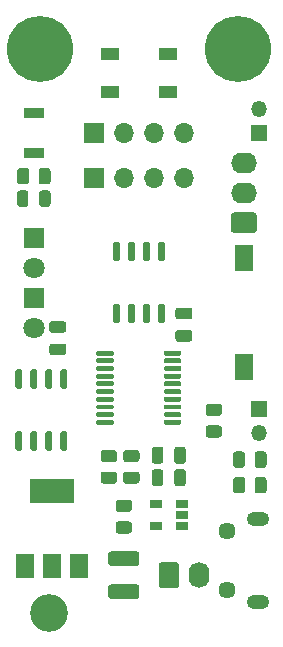
<source format=gbr>
%TF.GenerationSoftware,KiCad,Pcbnew,5.1.9-73d0e3b20d~88~ubuntu20.04.1*%
%TF.CreationDate,2021-03-24T22:28:27+08:00*%
%TF.ProjectId,elec-remote,656c6563-2d72-4656-9d6f-74652e6b6963,rev?*%
%TF.SameCoordinates,Original*%
%TF.FileFunction,Soldermask,Top*%
%TF.FilePolarity,Negative*%
%FSLAX46Y46*%
G04 Gerber Fmt 4.6, Leading zero omitted, Abs format (unit mm)*
G04 Created by KiCad (PCBNEW 5.1.9-73d0e3b20d~88~ubuntu20.04.1) date 2021-03-24 22:28:27*
%MOMM*%
%LPD*%
G01*
G04 APERTURE LIST*
%ADD10R,1.500000X1.000000*%
%ADD11C,5.600000*%
%ADD12O,1.700000X1.700000*%
%ADD13R,1.700000X1.700000*%
%ADD14C,3.200000*%
%ADD15O,1.350000X1.350000*%
%ADD16R,1.350000X1.350000*%
%ADD17O,2.190000X1.740000*%
%ADD18R,1.700000X0.900000*%
%ADD19R,1.500000X2.000000*%
%ADD20R,3.800000X2.000000*%
%ADD21R,1.060000X0.650000*%
%ADD22R,1.600000X2.180000*%
%ADD23O,1.740000X2.190000*%
%ADD24O,1.900000X1.200000*%
%ADD25C,1.450000*%
%ADD26C,1.800000*%
%ADD27R,1.800000X1.800000*%
G04 APERTURE END LIST*
D10*
%TO.C,D5*%
X39460000Y-28880000D03*
X39460000Y-32080000D03*
X44360000Y-28880000D03*
X44360000Y-32080000D03*
%TD*%
D11*
%TO.C,H3*%
X33528000Y-28448000D03*
%TD*%
D12*
%TO.C,JBT1*%
X45720000Y-39370000D03*
X43180000Y-39370000D03*
X40640000Y-39370000D03*
D13*
X38100000Y-39370000D03*
%TD*%
D14*
%TO.C,H2*%
X34290000Y-76200000D03*
%TD*%
D11*
%TO.C,H1*%
X50292000Y-28448000D03*
%TD*%
D15*
%TO.C,TOP1*%
X52070000Y-33560000D03*
D16*
X52070000Y-35560000D03*
%TD*%
D17*
%TO.C,DEBUG1*%
X50800000Y-38100000D03*
X50800000Y-40640000D03*
G36*
G01*
X51645001Y-44050000D02*
X49954999Y-44050000D01*
G75*
G02*
X49705000Y-43800001I0J249999D01*
G01*
X49705000Y-42559999D01*
G75*
G02*
X49954999Y-42310000I249999J0D01*
G01*
X51645001Y-42310000D01*
G75*
G02*
X51895000Y-42559999I0J-249999D01*
G01*
X51895000Y-43800001D01*
G75*
G02*
X51645001Y-44050000I-249999J0D01*
G01*
G37*
%TD*%
D15*
%TO.C,BEEPER1*%
X52070000Y-60960000D03*
D16*
X52070000Y-58960000D03*
%TD*%
D18*
%TO.C,SIDE1*%
X33020000Y-33860000D03*
X33020000Y-37260000D03*
%TD*%
D12*
%TO.C,LCD1*%
X45720000Y-35560000D03*
X43180000Y-35560000D03*
X40640000Y-35560000D03*
D13*
X38100000Y-35560000D03*
%TD*%
%TO.C,U6*%
G36*
G01*
X43665000Y-50060000D02*
X43965000Y-50060000D01*
G75*
G02*
X44115000Y-50210000I0J-150000D01*
G01*
X44115000Y-51560000D01*
G75*
G02*
X43965000Y-51710000I-150000J0D01*
G01*
X43665000Y-51710000D01*
G75*
G02*
X43515000Y-51560000I0J150000D01*
G01*
X43515000Y-50210000D01*
G75*
G02*
X43665000Y-50060000I150000J0D01*
G01*
G37*
G36*
G01*
X42395000Y-50060000D02*
X42695000Y-50060000D01*
G75*
G02*
X42845000Y-50210000I0J-150000D01*
G01*
X42845000Y-51560000D01*
G75*
G02*
X42695000Y-51710000I-150000J0D01*
G01*
X42395000Y-51710000D01*
G75*
G02*
X42245000Y-51560000I0J150000D01*
G01*
X42245000Y-50210000D01*
G75*
G02*
X42395000Y-50060000I150000J0D01*
G01*
G37*
G36*
G01*
X41125000Y-50060000D02*
X41425000Y-50060000D01*
G75*
G02*
X41575000Y-50210000I0J-150000D01*
G01*
X41575000Y-51560000D01*
G75*
G02*
X41425000Y-51710000I-150000J0D01*
G01*
X41125000Y-51710000D01*
G75*
G02*
X40975000Y-51560000I0J150000D01*
G01*
X40975000Y-50210000D01*
G75*
G02*
X41125000Y-50060000I150000J0D01*
G01*
G37*
G36*
G01*
X39855000Y-50060000D02*
X40155000Y-50060000D01*
G75*
G02*
X40305000Y-50210000I0J-150000D01*
G01*
X40305000Y-51560000D01*
G75*
G02*
X40155000Y-51710000I-150000J0D01*
G01*
X39855000Y-51710000D01*
G75*
G02*
X39705000Y-51560000I0J150000D01*
G01*
X39705000Y-50210000D01*
G75*
G02*
X39855000Y-50060000I150000J0D01*
G01*
G37*
G36*
G01*
X39855000Y-44810000D02*
X40155000Y-44810000D01*
G75*
G02*
X40305000Y-44960000I0J-150000D01*
G01*
X40305000Y-46310000D01*
G75*
G02*
X40155000Y-46460000I-150000J0D01*
G01*
X39855000Y-46460000D01*
G75*
G02*
X39705000Y-46310000I0J150000D01*
G01*
X39705000Y-44960000D01*
G75*
G02*
X39855000Y-44810000I150000J0D01*
G01*
G37*
G36*
G01*
X41125000Y-44810000D02*
X41425000Y-44810000D01*
G75*
G02*
X41575000Y-44960000I0J-150000D01*
G01*
X41575000Y-46310000D01*
G75*
G02*
X41425000Y-46460000I-150000J0D01*
G01*
X41125000Y-46460000D01*
G75*
G02*
X40975000Y-46310000I0J150000D01*
G01*
X40975000Y-44960000D01*
G75*
G02*
X41125000Y-44810000I150000J0D01*
G01*
G37*
G36*
G01*
X42395000Y-44810000D02*
X42695000Y-44810000D01*
G75*
G02*
X42845000Y-44960000I0J-150000D01*
G01*
X42845000Y-46310000D01*
G75*
G02*
X42695000Y-46460000I-150000J0D01*
G01*
X42395000Y-46460000D01*
G75*
G02*
X42245000Y-46310000I0J150000D01*
G01*
X42245000Y-44960000D01*
G75*
G02*
X42395000Y-44810000I150000J0D01*
G01*
G37*
G36*
G01*
X43665000Y-44810000D02*
X43965000Y-44810000D01*
G75*
G02*
X44115000Y-44960000I0J-150000D01*
G01*
X44115000Y-46310000D01*
G75*
G02*
X43965000Y-46460000I-150000J0D01*
G01*
X43665000Y-46460000D01*
G75*
G02*
X43515000Y-46310000I0J150000D01*
G01*
X43515000Y-44960000D01*
G75*
G02*
X43665000Y-44810000I150000J0D01*
G01*
G37*
%TD*%
D19*
%TO.C,U5*%
X32244000Y-72238000D03*
X36844000Y-72238000D03*
X34544000Y-72238000D03*
D20*
X34544000Y-65938000D03*
%TD*%
D21*
%TO.C,U4*%
X43350000Y-68895000D03*
X43350000Y-66995000D03*
X45550000Y-66995000D03*
X45550000Y-67945000D03*
X45550000Y-68895000D03*
%TD*%
%TO.C,U3*%
G36*
G01*
X39785000Y-59975000D02*
X39785000Y-60175000D01*
G75*
G02*
X39685000Y-60275000I-100000J0D01*
G01*
X38410000Y-60275000D01*
G75*
G02*
X38310000Y-60175000I0J100000D01*
G01*
X38310000Y-59975000D01*
G75*
G02*
X38410000Y-59875000I100000J0D01*
G01*
X39685000Y-59875000D01*
G75*
G02*
X39785000Y-59975000I0J-100000D01*
G01*
G37*
G36*
G01*
X39785000Y-59325000D02*
X39785000Y-59525000D01*
G75*
G02*
X39685000Y-59625000I-100000J0D01*
G01*
X38410000Y-59625000D01*
G75*
G02*
X38310000Y-59525000I0J100000D01*
G01*
X38310000Y-59325000D01*
G75*
G02*
X38410000Y-59225000I100000J0D01*
G01*
X39685000Y-59225000D01*
G75*
G02*
X39785000Y-59325000I0J-100000D01*
G01*
G37*
G36*
G01*
X39785000Y-58675000D02*
X39785000Y-58875000D01*
G75*
G02*
X39685000Y-58975000I-100000J0D01*
G01*
X38410000Y-58975000D01*
G75*
G02*
X38310000Y-58875000I0J100000D01*
G01*
X38310000Y-58675000D01*
G75*
G02*
X38410000Y-58575000I100000J0D01*
G01*
X39685000Y-58575000D01*
G75*
G02*
X39785000Y-58675000I0J-100000D01*
G01*
G37*
G36*
G01*
X39785000Y-58025000D02*
X39785000Y-58225000D01*
G75*
G02*
X39685000Y-58325000I-100000J0D01*
G01*
X38410000Y-58325000D01*
G75*
G02*
X38310000Y-58225000I0J100000D01*
G01*
X38310000Y-58025000D01*
G75*
G02*
X38410000Y-57925000I100000J0D01*
G01*
X39685000Y-57925000D01*
G75*
G02*
X39785000Y-58025000I0J-100000D01*
G01*
G37*
G36*
G01*
X39785000Y-57375000D02*
X39785000Y-57575000D01*
G75*
G02*
X39685000Y-57675000I-100000J0D01*
G01*
X38410000Y-57675000D01*
G75*
G02*
X38310000Y-57575000I0J100000D01*
G01*
X38310000Y-57375000D01*
G75*
G02*
X38410000Y-57275000I100000J0D01*
G01*
X39685000Y-57275000D01*
G75*
G02*
X39785000Y-57375000I0J-100000D01*
G01*
G37*
G36*
G01*
X39785000Y-56725000D02*
X39785000Y-56925000D01*
G75*
G02*
X39685000Y-57025000I-100000J0D01*
G01*
X38410000Y-57025000D01*
G75*
G02*
X38310000Y-56925000I0J100000D01*
G01*
X38310000Y-56725000D01*
G75*
G02*
X38410000Y-56625000I100000J0D01*
G01*
X39685000Y-56625000D01*
G75*
G02*
X39785000Y-56725000I0J-100000D01*
G01*
G37*
G36*
G01*
X39785000Y-56075000D02*
X39785000Y-56275000D01*
G75*
G02*
X39685000Y-56375000I-100000J0D01*
G01*
X38410000Y-56375000D01*
G75*
G02*
X38310000Y-56275000I0J100000D01*
G01*
X38310000Y-56075000D01*
G75*
G02*
X38410000Y-55975000I100000J0D01*
G01*
X39685000Y-55975000D01*
G75*
G02*
X39785000Y-56075000I0J-100000D01*
G01*
G37*
G36*
G01*
X39785000Y-55425000D02*
X39785000Y-55625000D01*
G75*
G02*
X39685000Y-55725000I-100000J0D01*
G01*
X38410000Y-55725000D01*
G75*
G02*
X38310000Y-55625000I0J100000D01*
G01*
X38310000Y-55425000D01*
G75*
G02*
X38410000Y-55325000I100000J0D01*
G01*
X39685000Y-55325000D01*
G75*
G02*
X39785000Y-55425000I0J-100000D01*
G01*
G37*
G36*
G01*
X39785000Y-54775000D02*
X39785000Y-54975000D01*
G75*
G02*
X39685000Y-55075000I-100000J0D01*
G01*
X38410000Y-55075000D01*
G75*
G02*
X38310000Y-54975000I0J100000D01*
G01*
X38310000Y-54775000D01*
G75*
G02*
X38410000Y-54675000I100000J0D01*
G01*
X39685000Y-54675000D01*
G75*
G02*
X39785000Y-54775000I0J-100000D01*
G01*
G37*
G36*
G01*
X39785000Y-54125000D02*
X39785000Y-54325000D01*
G75*
G02*
X39685000Y-54425000I-100000J0D01*
G01*
X38410000Y-54425000D01*
G75*
G02*
X38310000Y-54325000I0J100000D01*
G01*
X38310000Y-54125000D01*
G75*
G02*
X38410000Y-54025000I100000J0D01*
G01*
X39685000Y-54025000D01*
G75*
G02*
X39785000Y-54125000I0J-100000D01*
G01*
G37*
G36*
G01*
X45510000Y-54125000D02*
X45510000Y-54325000D01*
G75*
G02*
X45410000Y-54425000I-100000J0D01*
G01*
X44135000Y-54425000D01*
G75*
G02*
X44035000Y-54325000I0J100000D01*
G01*
X44035000Y-54125000D01*
G75*
G02*
X44135000Y-54025000I100000J0D01*
G01*
X45410000Y-54025000D01*
G75*
G02*
X45510000Y-54125000I0J-100000D01*
G01*
G37*
G36*
G01*
X45510000Y-54775000D02*
X45510000Y-54975000D01*
G75*
G02*
X45410000Y-55075000I-100000J0D01*
G01*
X44135000Y-55075000D01*
G75*
G02*
X44035000Y-54975000I0J100000D01*
G01*
X44035000Y-54775000D01*
G75*
G02*
X44135000Y-54675000I100000J0D01*
G01*
X45410000Y-54675000D01*
G75*
G02*
X45510000Y-54775000I0J-100000D01*
G01*
G37*
G36*
G01*
X45510000Y-55425000D02*
X45510000Y-55625000D01*
G75*
G02*
X45410000Y-55725000I-100000J0D01*
G01*
X44135000Y-55725000D01*
G75*
G02*
X44035000Y-55625000I0J100000D01*
G01*
X44035000Y-55425000D01*
G75*
G02*
X44135000Y-55325000I100000J0D01*
G01*
X45410000Y-55325000D01*
G75*
G02*
X45510000Y-55425000I0J-100000D01*
G01*
G37*
G36*
G01*
X45510000Y-56075000D02*
X45510000Y-56275000D01*
G75*
G02*
X45410000Y-56375000I-100000J0D01*
G01*
X44135000Y-56375000D01*
G75*
G02*
X44035000Y-56275000I0J100000D01*
G01*
X44035000Y-56075000D01*
G75*
G02*
X44135000Y-55975000I100000J0D01*
G01*
X45410000Y-55975000D01*
G75*
G02*
X45510000Y-56075000I0J-100000D01*
G01*
G37*
G36*
G01*
X45510000Y-56725000D02*
X45510000Y-56925000D01*
G75*
G02*
X45410000Y-57025000I-100000J0D01*
G01*
X44135000Y-57025000D01*
G75*
G02*
X44035000Y-56925000I0J100000D01*
G01*
X44035000Y-56725000D01*
G75*
G02*
X44135000Y-56625000I100000J0D01*
G01*
X45410000Y-56625000D01*
G75*
G02*
X45510000Y-56725000I0J-100000D01*
G01*
G37*
G36*
G01*
X45510000Y-57375000D02*
X45510000Y-57575000D01*
G75*
G02*
X45410000Y-57675000I-100000J0D01*
G01*
X44135000Y-57675000D01*
G75*
G02*
X44035000Y-57575000I0J100000D01*
G01*
X44035000Y-57375000D01*
G75*
G02*
X44135000Y-57275000I100000J0D01*
G01*
X45410000Y-57275000D01*
G75*
G02*
X45510000Y-57375000I0J-100000D01*
G01*
G37*
G36*
G01*
X45510000Y-58025000D02*
X45510000Y-58225000D01*
G75*
G02*
X45410000Y-58325000I-100000J0D01*
G01*
X44135000Y-58325000D01*
G75*
G02*
X44035000Y-58225000I0J100000D01*
G01*
X44035000Y-58025000D01*
G75*
G02*
X44135000Y-57925000I100000J0D01*
G01*
X45410000Y-57925000D01*
G75*
G02*
X45510000Y-58025000I0J-100000D01*
G01*
G37*
G36*
G01*
X45510000Y-58675000D02*
X45510000Y-58875000D01*
G75*
G02*
X45410000Y-58975000I-100000J0D01*
G01*
X44135000Y-58975000D01*
G75*
G02*
X44035000Y-58875000I0J100000D01*
G01*
X44035000Y-58675000D01*
G75*
G02*
X44135000Y-58575000I100000J0D01*
G01*
X45410000Y-58575000D01*
G75*
G02*
X45510000Y-58675000I0J-100000D01*
G01*
G37*
G36*
G01*
X45510000Y-59325000D02*
X45510000Y-59525000D01*
G75*
G02*
X45410000Y-59625000I-100000J0D01*
G01*
X44135000Y-59625000D01*
G75*
G02*
X44035000Y-59525000I0J100000D01*
G01*
X44035000Y-59325000D01*
G75*
G02*
X44135000Y-59225000I100000J0D01*
G01*
X45410000Y-59225000D01*
G75*
G02*
X45510000Y-59325000I0J-100000D01*
G01*
G37*
G36*
G01*
X45510000Y-59975000D02*
X45510000Y-60175000D01*
G75*
G02*
X45410000Y-60275000I-100000J0D01*
G01*
X44135000Y-60275000D01*
G75*
G02*
X44035000Y-60175000I0J100000D01*
G01*
X44035000Y-59975000D01*
G75*
G02*
X44135000Y-59875000I100000J0D01*
G01*
X45410000Y-59875000D01*
G75*
G02*
X45510000Y-59975000I0J-100000D01*
G01*
G37*
%TD*%
%TO.C,U1*%
G36*
G01*
X35410000Y-60855000D02*
X35710000Y-60855000D01*
G75*
G02*
X35860000Y-61005000I0J-150000D01*
G01*
X35860000Y-62355000D01*
G75*
G02*
X35710000Y-62505000I-150000J0D01*
G01*
X35410000Y-62505000D01*
G75*
G02*
X35260000Y-62355000I0J150000D01*
G01*
X35260000Y-61005000D01*
G75*
G02*
X35410000Y-60855000I150000J0D01*
G01*
G37*
G36*
G01*
X34140000Y-60855000D02*
X34440000Y-60855000D01*
G75*
G02*
X34590000Y-61005000I0J-150000D01*
G01*
X34590000Y-62355000D01*
G75*
G02*
X34440000Y-62505000I-150000J0D01*
G01*
X34140000Y-62505000D01*
G75*
G02*
X33990000Y-62355000I0J150000D01*
G01*
X33990000Y-61005000D01*
G75*
G02*
X34140000Y-60855000I150000J0D01*
G01*
G37*
G36*
G01*
X32870000Y-60855000D02*
X33170000Y-60855000D01*
G75*
G02*
X33320000Y-61005000I0J-150000D01*
G01*
X33320000Y-62355000D01*
G75*
G02*
X33170000Y-62505000I-150000J0D01*
G01*
X32870000Y-62505000D01*
G75*
G02*
X32720000Y-62355000I0J150000D01*
G01*
X32720000Y-61005000D01*
G75*
G02*
X32870000Y-60855000I150000J0D01*
G01*
G37*
G36*
G01*
X31600000Y-60855000D02*
X31900000Y-60855000D01*
G75*
G02*
X32050000Y-61005000I0J-150000D01*
G01*
X32050000Y-62355000D01*
G75*
G02*
X31900000Y-62505000I-150000J0D01*
G01*
X31600000Y-62505000D01*
G75*
G02*
X31450000Y-62355000I0J150000D01*
G01*
X31450000Y-61005000D01*
G75*
G02*
X31600000Y-60855000I150000J0D01*
G01*
G37*
G36*
G01*
X31600000Y-55605000D02*
X31900000Y-55605000D01*
G75*
G02*
X32050000Y-55755000I0J-150000D01*
G01*
X32050000Y-57105000D01*
G75*
G02*
X31900000Y-57255000I-150000J0D01*
G01*
X31600000Y-57255000D01*
G75*
G02*
X31450000Y-57105000I0J150000D01*
G01*
X31450000Y-55755000D01*
G75*
G02*
X31600000Y-55605000I150000J0D01*
G01*
G37*
G36*
G01*
X32870000Y-55605000D02*
X33170000Y-55605000D01*
G75*
G02*
X33320000Y-55755000I0J-150000D01*
G01*
X33320000Y-57105000D01*
G75*
G02*
X33170000Y-57255000I-150000J0D01*
G01*
X32870000Y-57255000D01*
G75*
G02*
X32720000Y-57105000I0J150000D01*
G01*
X32720000Y-55755000D01*
G75*
G02*
X32870000Y-55605000I150000J0D01*
G01*
G37*
G36*
G01*
X34140000Y-55605000D02*
X34440000Y-55605000D01*
G75*
G02*
X34590000Y-55755000I0J-150000D01*
G01*
X34590000Y-57105000D01*
G75*
G02*
X34440000Y-57255000I-150000J0D01*
G01*
X34140000Y-57255000D01*
G75*
G02*
X33990000Y-57105000I0J150000D01*
G01*
X33990000Y-55755000D01*
G75*
G02*
X34140000Y-55605000I150000J0D01*
G01*
G37*
G36*
G01*
X35410000Y-55605000D02*
X35710000Y-55605000D01*
G75*
G02*
X35860000Y-55755000I0J-150000D01*
G01*
X35860000Y-57105000D01*
G75*
G02*
X35710000Y-57255000I-150000J0D01*
G01*
X35410000Y-57255000D01*
G75*
G02*
X35260000Y-57105000I0J150000D01*
G01*
X35260000Y-55755000D01*
G75*
G02*
X35410000Y-55605000I150000J0D01*
G01*
G37*
%TD*%
D22*
%TO.C,RESET1*%
X50800000Y-46210000D03*
X50800000Y-55390000D03*
%TD*%
%TO.C,R26*%
G36*
G01*
X41725002Y-63457500D02*
X40824998Y-63457500D01*
G75*
G02*
X40575000Y-63207502I0J249998D01*
G01*
X40575000Y-62682498D01*
G75*
G02*
X40824998Y-62432500I249998J0D01*
G01*
X41725002Y-62432500D01*
G75*
G02*
X41975000Y-62682498I0J-249998D01*
G01*
X41975000Y-63207502D01*
G75*
G02*
X41725002Y-63457500I-249998J0D01*
G01*
G37*
G36*
G01*
X41725002Y-65282500D02*
X40824998Y-65282500D01*
G75*
G02*
X40575000Y-65032502I0J249998D01*
G01*
X40575000Y-64507498D01*
G75*
G02*
X40824998Y-64257500I249998J0D01*
G01*
X41725002Y-64257500D01*
G75*
G02*
X41975000Y-64507498I0J-249998D01*
G01*
X41975000Y-65032502D01*
G75*
G02*
X41725002Y-65282500I-249998J0D01*
G01*
G37*
%TD*%
%TO.C,R25*%
G36*
G01*
X38919998Y-64257500D02*
X39820002Y-64257500D01*
G75*
G02*
X40070000Y-64507498I0J-249998D01*
G01*
X40070000Y-65032502D01*
G75*
G02*
X39820002Y-65282500I-249998J0D01*
G01*
X38919998Y-65282500D01*
G75*
G02*
X38670000Y-65032502I0J249998D01*
G01*
X38670000Y-64507498D01*
G75*
G02*
X38919998Y-64257500I249998J0D01*
G01*
G37*
G36*
G01*
X38919998Y-62432500D02*
X39820002Y-62432500D01*
G75*
G02*
X40070000Y-62682498I0J-249998D01*
G01*
X40070000Y-63207502D01*
G75*
G02*
X39820002Y-63457500I-249998J0D01*
G01*
X38919998Y-63457500D01*
G75*
G02*
X38670000Y-63207502I0J249998D01*
G01*
X38670000Y-62682498D01*
G75*
G02*
X38919998Y-62432500I249998J0D01*
G01*
G37*
%TD*%
%TO.C,R23*%
G36*
G01*
X47809998Y-60344000D02*
X48710002Y-60344000D01*
G75*
G02*
X48960000Y-60593998I0J-249998D01*
G01*
X48960000Y-61119002D01*
G75*
G02*
X48710002Y-61369000I-249998J0D01*
G01*
X47809998Y-61369000D01*
G75*
G02*
X47560000Y-61119002I0J249998D01*
G01*
X47560000Y-60593998D01*
G75*
G02*
X47809998Y-60344000I249998J0D01*
G01*
G37*
G36*
G01*
X47809998Y-58519000D02*
X48710002Y-58519000D01*
G75*
G02*
X48960000Y-58768998I0J-249998D01*
G01*
X48960000Y-59294002D01*
G75*
G02*
X48710002Y-59544000I-249998J0D01*
G01*
X47809998Y-59544000D01*
G75*
G02*
X47560000Y-59294002I0J249998D01*
G01*
X47560000Y-58768998D01*
G75*
G02*
X47809998Y-58519000I249998J0D01*
G01*
G37*
%TD*%
%TO.C,R22*%
G36*
G01*
X50908000Y-64954998D02*
X50908000Y-65855002D01*
G75*
G02*
X50658002Y-66105000I-249998J0D01*
G01*
X50132998Y-66105000D01*
G75*
G02*
X49883000Y-65855002I0J249998D01*
G01*
X49883000Y-64954998D01*
G75*
G02*
X50132998Y-64705000I249998J0D01*
G01*
X50658002Y-64705000D01*
G75*
G02*
X50908000Y-64954998I0J-249998D01*
G01*
G37*
G36*
G01*
X52733000Y-64954998D02*
X52733000Y-65855002D01*
G75*
G02*
X52483002Y-66105000I-249998J0D01*
G01*
X51957998Y-66105000D01*
G75*
G02*
X51708000Y-65855002I0J249998D01*
G01*
X51708000Y-64954998D01*
G75*
G02*
X51957998Y-64705000I249998J0D01*
G01*
X52483002Y-64705000D01*
G75*
G02*
X52733000Y-64954998I0J-249998D01*
G01*
G37*
%TD*%
%TO.C,R21*%
G36*
G01*
X50908000Y-62795998D02*
X50908000Y-63696002D01*
G75*
G02*
X50658002Y-63946000I-249998J0D01*
G01*
X50132998Y-63946000D01*
G75*
G02*
X49883000Y-63696002I0J249998D01*
G01*
X49883000Y-62795998D01*
G75*
G02*
X50132998Y-62546000I249998J0D01*
G01*
X50658002Y-62546000D01*
G75*
G02*
X50908000Y-62795998I0J-249998D01*
G01*
G37*
G36*
G01*
X52733000Y-62795998D02*
X52733000Y-63696002D01*
G75*
G02*
X52483002Y-63946000I-249998J0D01*
G01*
X51957998Y-63946000D01*
G75*
G02*
X51708000Y-63696002I0J249998D01*
G01*
X51708000Y-62795998D01*
G75*
G02*
X51957998Y-62546000I249998J0D01*
G01*
X52483002Y-62546000D01*
G75*
G02*
X52733000Y-62795998I0J-249998D01*
G01*
G37*
%TD*%
%TO.C,R20*%
G36*
G01*
X41090002Y-67672000D02*
X40189998Y-67672000D01*
G75*
G02*
X39940000Y-67422002I0J249998D01*
G01*
X39940000Y-66896998D01*
G75*
G02*
X40189998Y-66647000I249998J0D01*
G01*
X41090002Y-66647000D01*
G75*
G02*
X41340000Y-66896998I0J-249998D01*
G01*
X41340000Y-67422002D01*
G75*
G02*
X41090002Y-67672000I-249998J0D01*
G01*
G37*
G36*
G01*
X41090002Y-69497000D02*
X40189998Y-69497000D01*
G75*
G02*
X39940000Y-69247002I0J249998D01*
G01*
X39940000Y-68721998D01*
G75*
G02*
X40189998Y-68472000I249998J0D01*
G01*
X41090002Y-68472000D01*
G75*
G02*
X41340000Y-68721998I0J-249998D01*
G01*
X41340000Y-69247002D01*
G75*
G02*
X41090002Y-69497000I-249998J0D01*
G01*
G37*
%TD*%
%TO.C,R18*%
G36*
G01*
X32620000Y-38792998D02*
X32620000Y-39693002D01*
G75*
G02*
X32370002Y-39943000I-249998J0D01*
G01*
X31844998Y-39943000D01*
G75*
G02*
X31595000Y-39693002I0J249998D01*
G01*
X31595000Y-38792998D01*
G75*
G02*
X31844998Y-38543000I249998J0D01*
G01*
X32370002Y-38543000D01*
G75*
G02*
X32620000Y-38792998I0J-249998D01*
G01*
G37*
G36*
G01*
X34445000Y-38792998D02*
X34445000Y-39693002D01*
G75*
G02*
X34195002Y-39943000I-249998J0D01*
G01*
X33669998Y-39943000D01*
G75*
G02*
X33420000Y-39693002I0J249998D01*
G01*
X33420000Y-38792998D01*
G75*
G02*
X33669998Y-38543000I249998J0D01*
G01*
X34195002Y-38543000D01*
G75*
G02*
X34445000Y-38792998I0J-249998D01*
G01*
G37*
%TD*%
D23*
%TO.C,BATT1*%
X46990000Y-73025000D03*
G36*
G01*
X43580000Y-73870001D02*
X43580000Y-72179999D01*
G75*
G02*
X43829999Y-71930000I249999J0D01*
G01*
X45070001Y-71930000D01*
G75*
G02*
X45320000Y-72179999I0J-249999D01*
G01*
X45320000Y-73870001D01*
G75*
G02*
X45070001Y-74120000I-249999J0D01*
G01*
X43829999Y-74120000D01*
G75*
G02*
X43580000Y-73870001I0J249999D01*
G01*
G37*
%TD*%
D24*
%TO.C,J2*%
X52037500Y-75255000D03*
X52037500Y-68255000D03*
D25*
X49337500Y-74255000D03*
X49337500Y-69255000D03*
%TD*%
%TO.C,F2*%
G36*
G01*
X41715000Y-72250000D02*
X39565000Y-72250000D01*
G75*
G02*
X39315000Y-72000000I0J250000D01*
G01*
X39315000Y-71250000D01*
G75*
G02*
X39565000Y-71000000I250000J0D01*
G01*
X41715000Y-71000000D01*
G75*
G02*
X41965000Y-71250000I0J-250000D01*
G01*
X41965000Y-72000000D01*
G75*
G02*
X41715000Y-72250000I-250000J0D01*
G01*
G37*
G36*
G01*
X41715000Y-75050000D02*
X39565000Y-75050000D01*
G75*
G02*
X39315000Y-74800000I0J250000D01*
G01*
X39315000Y-74050000D01*
G75*
G02*
X39565000Y-73800000I250000J0D01*
G01*
X41715000Y-73800000D01*
G75*
G02*
X41965000Y-74050000I0J-250000D01*
G01*
X41965000Y-74800000D01*
G75*
G02*
X41715000Y-75050000I-250000J0D01*
G01*
G37*
%TD*%
%TO.C,D3*%
G36*
G01*
X33470000Y-41604250D02*
X33470000Y-40691750D01*
G75*
G02*
X33713750Y-40448000I243750J0D01*
G01*
X34201250Y-40448000D01*
G75*
G02*
X34445000Y-40691750I0J-243750D01*
G01*
X34445000Y-41604250D01*
G75*
G02*
X34201250Y-41848000I-243750J0D01*
G01*
X33713750Y-41848000D01*
G75*
G02*
X33470000Y-41604250I0J243750D01*
G01*
G37*
G36*
G01*
X31595000Y-41604250D02*
X31595000Y-40691750D01*
G75*
G02*
X31838750Y-40448000I243750J0D01*
G01*
X32326250Y-40448000D01*
G75*
G02*
X32570000Y-40691750I0J-243750D01*
G01*
X32570000Y-41604250D01*
G75*
G02*
X32326250Y-41848000I-243750J0D01*
G01*
X31838750Y-41848000D01*
G75*
G02*
X31595000Y-41604250I0J243750D01*
G01*
G37*
%TD*%
D26*
%TO.C,D2*%
X33020000Y-52070000D03*
D27*
X33020000Y-49530000D03*
%TD*%
D26*
%TO.C,D1*%
X33020000Y-46990000D03*
D27*
X33020000Y-44450000D03*
%TD*%
%TO.C,C18*%
G36*
G01*
X44000000Y-64295000D02*
X44000000Y-65245000D01*
G75*
G02*
X43750000Y-65495000I-250000J0D01*
G01*
X43250000Y-65495000D01*
G75*
G02*
X43000000Y-65245000I0J250000D01*
G01*
X43000000Y-64295000D01*
G75*
G02*
X43250000Y-64045000I250000J0D01*
G01*
X43750000Y-64045000D01*
G75*
G02*
X44000000Y-64295000I0J-250000D01*
G01*
G37*
G36*
G01*
X45900000Y-64295000D02*
X45900000Y-65245000D01*
G75*
G02*
X45650000Y-65495000I-250000J0D01*
G01*
X45150000Y-65495000D01*
G75*
G02*
X44900000Y-65245000I0J250000D01*
G01*
X44900000Y-64295000D01*
G75*
G02*
X45150000Y-64045000I250000J0D01*
G01*
X45650000Y-64045000D01*
G75*
G02*
X45900000Y-64295000I0J-250000D01*
G01*
G37*
%TD*%
%TO.C,C9*%
G36*
G01*
X46195000Y-51366000D02*
X45245000Y-51366000D01*
G75*
G02*
X44995000Y-51116000I0J250000D01*
G01*
X44995000Y-50616000D01*
G75*
G02*
X45245000Y-50366000I250000J0D01*
G01*
X46195000Y-50366000D01*
G75*
G02*
X46445000Y-50616000I0J-250000D01*
G01*
X46445000Y-51116000D01*
G75*
G02*
X46195000Y-51366000I-250000J0D01*
G01*
G37*
G36*
G01*
X46195000Y-53266000D02*
X45245000Y-53266000D01*
G75*
G02*
X44995000Y-53016000I0J250000D01*
G01*
X44995000Y-52516000D01*
G75*
G02*
X45245000Y-52266000I250000J0D01*
G01*
X46195000Y-52266000D01*
G75*
G02*
X46445000Y-52516000I0J-250000D01*
G01*
X46445000Y-53016000D01*
G75*
G02*
X46195000Y-53266000I-250000J0D01*
G01*
G37*
%TD*%
%TO.C,C4*%
G36*
G01*
X35527000Y-52509000D02*
X34577000Y-52509000D01*
G75*
G02*
X34327000Y-52259000I0J250000D01*
G01*
X34327000Y-51759000D01*
G75*
G02*
X34577000Y-51509000I250000J0D01*
G01*
X35527000Y-51509000D01*
G75*
G02*
X35777000Y-51759000I0J-250000D01*
G01*
X35777000Y-52259000D01*
G75*
G02*
X35527000Y-52509000I-250000J0D01*
G01*
G37*
G36*
G01*
X35527000Y-54409000D02*
X34577000Y-54409000D01*
G75*
G02*
X34327000Y-54159000I0J250000D01*
G01*
X34327000Y-53659000D01*
G75*
G02*
X34577000Y-53409000I250000J0D01*
G01*
X35527000Y-53409000D01*
G75*
G02*
X35777000Y-53659000I0J-250000D01*
G01*
X35777000Y-54159000D01*
G75*
G02*
X35527000Y-54409000I-250000J0D01*
G01*
G37*
%TD*%
%TO.C,C1*%
G36*
G01*
X44000000Y-62390000D02*
X44000000Y-63340000D01*
G75*
G02*
X43750000Y-63590000I-250000J0D01*
G01*
X43250000Y-63590000D01*
G75*
G02*
X43000000Y-63340000I0J250000D01*
G01*
X43000000Y-62390000D01*
G75*
G02*
X43250000Y-62140000I250000J0D01*
G01*
X43750000Y-62140000D01*
G75*
G02*
X44000000Y-62390000I0J-250000D01*
G01*
G37*
G36*
G01*
X45900000Y-62390000D02*
X45900000Y-63340000D01*
G75*
G02*
X45650000Y-63590000I-250000J0D01*
G01*
X45150000Y-63590000D01*
G75*
G02*
X44900000Y-63340000I0J250000D01*
G01*
X44900000Y-62390000D01*
G75*
G02*
X45150000Y-62140000I250000J0D01*
G01*
X45650000Y-62140000D01*
G75*
G02*
X45900000Y-62390000I0J-250000D01*
G01*
G37*
%TD*%
M02*

</source>
